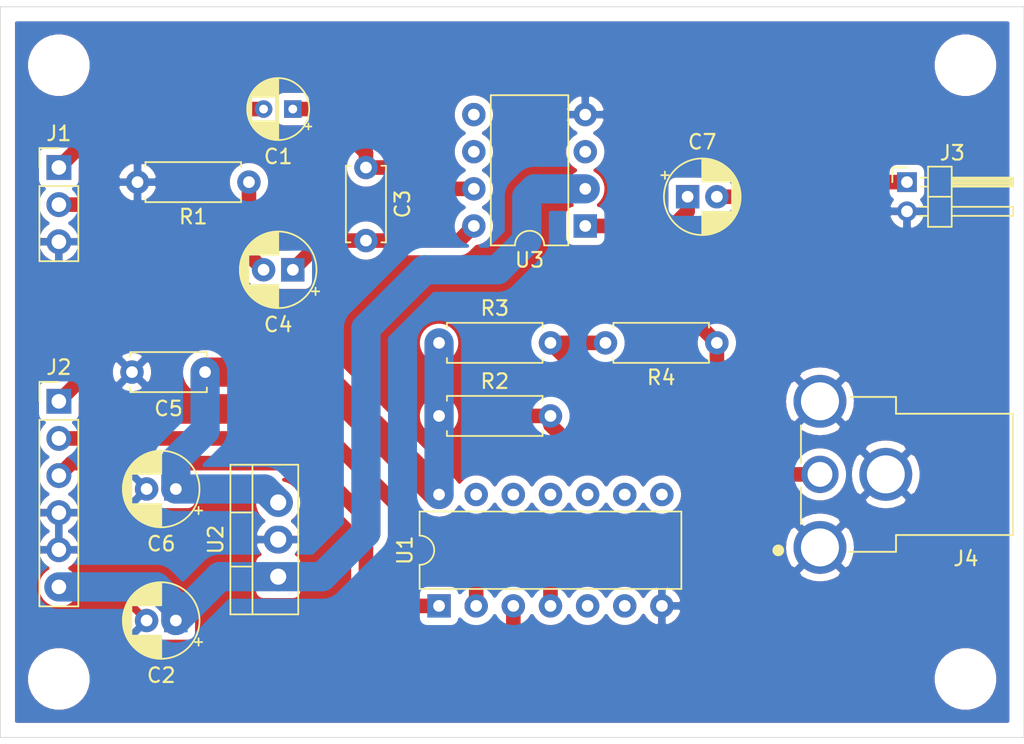
<source format=kicad_pcb>
(kicad_pcb (version 20171130) (host pcbnew "(5.1.10)-1")
  (layers (0 F.Cu signal) (31 B.Cu signal) (34 B.Paste user) (35 F.Paste user) (36 B.SilkS user) (37 F.SilkS user) (38 B.Mask user) (39 F.Mask user) (44 Edge.Cuts user))
  (net 0 "")
  (net 1 "Net-(C1-Pad1)")
  (net 2 "Net-(C1-Pad2)")
  (net 3 +12V)
  (net 4 GND)
  (net 5 "Net-(C3-Pad2)")
  (net 6 "Net-(C4-Pad2)")
  (net 7 +5V)
  (net 8 "Net-(J4-Pad2)")
  (net 9 "Net-(R3-Pad2)")
  (net 10 /SP+)
  (net 11 /Sound)
  (net 12 /Sync)
  (net 13 /Video)
  (net 14 "Net-(C7-Pad1)")
  (module MountingHole:MountingHole_3.2mm_M3 (layer F.Cu) (at -356 -426)
    (fp_text reference "" (at 0 -4.2) (layer F.SilkS))
    (fp_text value "")
    (pad 1 np_thru_hole circle (at 0 0) (size 3.2 3.2) (drill 3.2) (layers *.Cu *.Mask))
  )
  (module MountingHole:MountingHole_3.2mm_M3 (layer F.Cu) (at -356 -384)
    (fp_text reference "" (at 0 -4.2) (layer F.SilkS))
    (fp_text value "")
    (pad 1 np_thru_hole circle (at 0 0) (size 3.2 3.2) (drill 3.2) (layers *.Cu *.Mask))
  )
  (module MountingHole:MountingHole_3.2mm_M3 (layer F.Cu) (at -294 -384)
    (fp_text reference "" (at 0 -4.2) (layer F.SilkS))
    (fp_text value "")
    (pad 1 np_thru_hole circle (at 0 0) (size 3.2 3.2) (drill 3.2) (layers *.Cu *.Mask))
  )
  (module MountingHole:MountingHole_3.2mm_M3 (layer F.Cu) (at -294 -426)
    (fp_text reference "" (at 0 -4.2) (layer F.SilkS))
    (fp_text value "")
    (pad 1 np_thru_hole circle (at 0 0) (size 3.2 3.2) (drill 3.2) (layers *.Cu *.Mask))
  )
  (module Capacitor_THT:CP_Radial_D4.0mm_P2.00mm (layer F.Cu) (at -340 -423 180)
    (fp_text reference C1 (at 1 -3.25) (layer F.SilkS))
    (fp_text value 10u)
    (pad 1 thru_hole rect (at 0 0 180) (size 1.2 1.2) (drill 0.6) (layers *.Cu *.Mask) (net 1 "Net-(C1-Pad1)"))
    (pad 2 thru_hole circle (at 2 0 180) (size 1.2 1.2) (drill 0.6) (layers *.Cu *.Mask) (net 2 "Net-(C1-Pad2)"))
  )
  (module Capacitor_THT:CP_Radial_D5.0mm_P2.00mm (layer F.Cu) (at -348 -388 180)
    (fp_text reference C2 (at 1 -3.75) (layer F.SilkS))
    (fp_text value 100u)
    (pad 1 thru_hole rect (at 0 0 180) (size 1.6 1.6) (drill 0.8) (layers *.Cu *.Mask) (net 3 +12V))
    (pad 2 thru_hole circle (at 2 0 180) (size 1.6 1.6) (drill 0.8) (layers *.Cu *.Mask) (net 4 GND))
  )
  (module Capacitor_THT:C_Disc_D5.0mm_W2.5mm_P5.00mm (layer F.Cu) (at -335 -419 270)
    (fp_text reference C3 (at 2.5 -2.5 90) (layer F.SilkS))
    (fp_text value 1000p)
    (pad 2 thru_hole circle (at 5 0 270) (size 1.6 1.6) (drill 0.8) (layers *.Cu *.Mask) (net 5 "Net-(C3-Pad2)"))
    (pad 1 thru_hole circle (at 0 0 270) (size 1.6 1.6) (drill 0.8) (layers *.Cu *.Mask) (net 1 "Net-(C1-Pad1)"))
  )
  (module Capacitor_THT:CP_Radial_D5.0mm_P2.00mm (layer F.Cu) (at -340 -412 180)
    (fp_text reference C4 (at 1 -3.75) (layer F.SilkS))
    (fp_text value 100u)
    (pad 1 thru_hole rect (at 0 0 180) (size 1.6 1.6) (drill 0.8) (layers *.Cu *.Mask) (net 5 "Net-(C3-Pad2)"))
    (pad 2 thru_hole circle (at 2 0 180) (size 1.6 1.6) (drill 0.8) (layers *.Cu *.Mask) (net 6 "Net-(C4-Pad2)"))
  )
  (module Capacitor_THT:C_Disc_D5.0mm_W2.5mm_P5.00mm (layer F.Cu) (at -346 -405 180)
    (fp_text reference C5 (at 2.5 -2.5) (layer F.SilkS))
    (fp_text value 0.1u)
    (pad 1 thru_hole circle (at 0 0 180) (size 1.6 1.6) (drill 0.8) (layers *.Cu *.Mask) (net 7 +5V))
    (pad 2 thru_hole circle (at 5 0 180) (size 1.6 1.6) (drill 0.8) (layers *.Cu *.Mask) (net 4 GND))
  )
  (module Capacitor_THT:CP_Radial_D5.0mm_P2.00mm (layer F.Cu) (at -348 -397 180)
    (fp_text reference C6 (at 1 -3.75) (layer F.SilkS))
    (fp_text value 100u)
    (pad 2 thru_hole circle (at 2 0 180) (size 1.6 1.6) (drill 0.8) (layers *.Cu *.Mask) (net 4 GND))
    (pad 1 thru_hole rect (at 0 0 180) (size 1.6 1.6) (drill 0.8) (layers *.Cu *.Mask) (net 7 +5V))
  )
  (module Capacitor_THT:CP_Radial_D5.0mm_P2.00mm (layer F.Cu) (at -313 -417)
    (fp_text reference C7 (at 1 -3.75) (layer F.SilkS))
    (fp_text value 100u)
    (pad 2 thru_hole circle (at 2 0) (size 1.6 1.6) (drill 0.8) (layers *.Cu *.Mask) (net 10 /SP+))
    (pad 1 thru_hole rect (at 0 0) (size 1.6 1.6) (drill 0.8) (layers *.Cu *.Mask) (net 14 "Net-(C7-Pad1)"))
  )
  (module Connector_PinHeader_2.54mm:PinHeader_1x03_P2.54mm_Vertical (layer F.Cu) (at -356 -419)
    (fp_text reference J1 (at 0 -2.33) (layer F.SilkS))
    (fp_text value Conn_01x03)
    (pad 1 thru_hole rect (at 0 0) (size 1.7 1.7) (drill 1) (layers *.Cu *.Mask) (net 2 "Net-(C1-Pad2)"))
    (pad 2 thru_hole oval (at 0 2.54) (size 1.7 1.7) (drill 1) (layers *.Cu *.Mask) (net 11 /Sound))
    (pad 3 thru_hole oval (at 0 5.08) (size 1.7 1.7) (drill 1) (layers *.Cu *.Mask) (net 4 GND))
  )
  (module Connector_PinHeader_2.54mm:PinHeader_1x06_P2.54mm_Vertical (layer F.Cu) (at -356 -403)
    (fp_text reference J2 (at 0 -2.33) (layer F.SilkS))
    (fp_text value Conn_01x06)
    (pad 1 thru_hole rect (at 0 0) (size 1.7 1.7) (drill 1) (layers *.Cu *.Mask) (net 11 /Sound))
    (pad 2 thru_hole oval (at 0 2.54) (size 1.7 1.7) (drill 1) (layers *.Cu *.Mask) (net 12 /Sync))
    (pad 3 thru_hole oval (at 0 5.08) (size 1.7 1.7) (drill 1) (layers *.Cu *.Mask) (net 13 /Video))
    (pad 4 thru_hole oval (at 0 7.62) (size 1.7 1.7) (drill 1) (layers *.Cu *.Mask) (net 4 GND))
    (pad 5 thru_hole oval (at 0 10.16) (size 1.7 1.7) (drill 1) (layers *.Cu *.Mask) (net 4 GND))
    (pad 6 thru_hole oval (at 0 12.7) (size 1.7 1.7) (drill 1) (layers *.Cu *.Mask) (net 3 +12V))
  )
  (module Connector_PinHeader_2.00mm:PinHeader_1x02_P2.00mm_Horizontal (layer F.Cu) (at -298 -418)
    (fp_text reference J3 (at 3.1 -2) (layer F.SilkS))
    (fp_text value Conn_01x02)
    (pad 1 thru_hole rect (at 0 0) (size 1.35 1.35) (drill 0.8) (layers *.Cu *.Mask) (net 10 /SP+))
    (pad 2 thru_hole oval (at 0 2) (size 1.35 1.35) (drill 0.8) (layers *.Cu *.Mask) (net 4 GND))
  )
  (module RCJ-013:CUI_RCJ-013 (layer F.Cu) (at -298 -398 180)
    (fp_text reference J4 (at -4.03065 -5.76308) (layer F.SilkS) (effects (font (size 1.001402 1.001402))))
    (fp_text value RCJ-013)
    (pad 2 thru_hole circle (at 5.95 0 180) (size 2.55 2.55) (drill 1.7) (layers *.Cu *.Mask) (net 8 "Net-(J4-Pad2)"))
    (pad 1A thru_hole circle (at 5.95 -5 180) (size 3.616 3.616) (drill 2.6) (layers *.Cu *.Mask) (net 4 GND))
    (pad 1B thru_hole circle (at 5.95 5 180) (size 3.616 3.616) (drill 2.6) (layers *.Cu *.Mask) (net 4 GND))
    (pad 1C thru_hole circle (at 1.45 0 180) (size 3.616 3.616) (drill 2.6) (layers *.Cu *.Mask) (net 4 GND))
  )
  (module Resistor_THT:R_Axial_DIN0207_L6.3mm_D2.5mm_P7.62mm_Horizontal (layer F.Cu) (at -343 -418 180)
    (fp_text reference R1 (at 3.81 -2.37) (layer F.SilkS))
    (fp_text value 1k)
    (pad 1 thru_hole circle (at 0 0 180) (size 1.6 1.6) (drill 0.8) (layers *.Cu *.Mask) (net 6 "Net-(C4-Pad2)"))
    (pad 2 thru_hole oval (at 7.62 0 180) (size 1.6 1.6) (drill 0.8) (layers *.Cu *.Mask) (net 4 GND))
  )
  (module Resistor_THT:R_Axial_DIN0207_L6.3mm_D2.5mm_P7.62mm_Horizontal (layer F.Cu) (at -330 -402)
    (fp_text reference R2 (at 3.81 -2.37) (layer F.SilkS))
    (fp_text value 1k)
    (pad 2 thru_hole oval (at 7.62 0) (size 1.6 1.6) (drill 0.8) (layers *.Cu *.Mask) (net 8 "Net-(J4-Pad2)"))
    (pad 1 thru_hole circle (at 0 0) (size 1.6 1.6) (drill 0.8) (layers *.Cu *.Mask) (net 7 +5V))
  )
  (module Resistor_THT:R_Axial_DIN0207_L6.3mm_D2.5mm_P7.62mm_Horizontal (layer F.Cu) (at -330 -407)
    (fp_text reference R3 (at 3.81 -2.37) (layer F.SilkS))
    (fp_text value 1k)
    (pad 1 thru_hole circle (at 0 0) (size 1.6 1.6) (drill 0.8) (layers *.Cu *.Mask) (net 7 +5V))
    (pad 2 thru_hole oval (at 7.62 0) (size 1.6 1.6) (drill 0.8) (layers *.Cu *.Mask) (net 9 "Net-(R3-Pad2)"))
  )
  (module Resistor_THT:R_Axial_DIN0207_L6.3mm_D2.5mm_P7.62mm_Horizontal (layer F.Cu) (at -311 -407 180)
    (fp_text reference R4 (at 3.81 -2.37) (layer F.SilkS))
    (fp_text value 220)
    (pad 2 thru_hole oval (at 7.62 0 180) (size 1.6 1.6) (drill 0.8) (layers *.Cu *.Mask) (net 9 "Net-(R3-Pad2)"))
    (pad 1 thru_hole circle (at 0 0 180) (size 1.6 1.6) (drill 0.8) (layers *.Cu *.Mask) (net 8 "Net-(J4-Pad2)"))
  )
  (module Package_DIP:DIP-14_W7.62mm (layer F.Cu) (at -330 -389 90)
    (fp_text reference U1 (at 3.81 -2.33 90) (layer F.SilkS))
    (fp_text value 7407)
    (pad 1 thru_hole rect (at 0 0 90) (size 1.6 1.6) (drill 0.8) (layers *.Cu *.Mask) (net 12 /Sync))
    (pad 8 thru_hole oval (at 7.62 15.24 90) (size 1.6 1.6) (drill 0.8) (layers *.Cu *.Mask))
    (pad 2 thru_hole oval (at 0 2.54 90) (size 1.6 1.6) (drill 0.8) (layers *.Cu *.Mask) (net 8 "Net-(J4-Pad2)"))
    (pad 9 thru_hole oval (at 7.62 12.7 90) (size 1.6 1.6) (drill 0.8) (layers *.Cu *.Mask))
    (pad 3 thru_hole oval (at 0 5.08 90) (size 1.6 1.6) (drill 0.8) (layers *.Cu *.Mask) (net 13 /Video))
    (pad 10 thru_hole oval (at 7.62 10.16 90) (size 1.6 1.6) (drill 0.8) (layers *.Cu *.Mask))
    (pad 4 thru_hole oval (at 0 7.62 90) (size 1.6 1.6) (drill 0.8) (layers *.Cu *.Mask) (net 9 "Net-(R3-Pad2)"))
    (pad 11 thru_hole oval (at 7.62 7.62 90) (size 1.6 1.6) (drill 0.8) (layers *.Cu *.Mask))
    (pad 5 thru_hole oval (at 0 10.16 90) (size 1.6 1.6) (drill 0.8) (layers *.Cu *.Mask))
    (pad 12 thru_hole oval (at 7.62 5.08 90) (size 1.6 1.6) (drill 0.8) (layers *.Cu *.Mask))
    (pad 6 thru_hole oval (at 0 12.7 90) (size 1.6 1.6) (drill 0.8) (layers *.Cu *.Mask))
    (pad 13 thru_hole oval (at 7.62 2.54 90) (size 1.6 1.6) (drill 0.8) (layers *.Cu *.Mask))
    (pad 7 thru_hole oval (at 0 15.24 90) (size 1.6 1.6) (drill 0.8) (layers *.Cu *.Mask) (net 4 GND))
    (pad 14 thru_hole oval (at 7.62 0 90) (size 1.6 1.6) (drill 0.8) (layers *.Cu *.Mask) (net 7 +5V))
  )
  (module Package_TO_SOT_THT:TO-220-3_Vertical (layer F.Cu) (at -341 -391 90)
    (fp_text reference U2 (at 2.54 -4.27 90) (layer F.SilkS))
    (fp_text value LM7805_TO220)
    (pad 1 thru_hole rect (at 0 0 90) (size 1.905 2) (drill 1.1) (layers *.Cu *.Mask) (net 3 +12V))
    (pad 2 thru_hole oval (at 2.54 0 90) (size 1.905 2) (drill 1.1) (layers *.Cu *.Mask) (net 4 GND))
    (pad 3 thru_hole oval (at 5.08 0 90) (size 1.905 2) (drill 1.1) (layers *.Cu *.Mask) (net 7 +5V))
  )
  (module Package_DIP:DIP-8_W7.62mm (layer F.Cu) (at -320 -415 180)
    (fp_text reference U3 (at 3.81 -2.33) (layer F.SilkS))
    (fp_text value NJM2073)
    (pad 1 thru_hole rect (at 0 0 180) (size 1.6 1.6) (drill 0.8) (layers *.Cu *.Mask) (net 14 "Net-(C7-Pad1)"))
    (pad 5 thru_hole oval (at 7.62 7.62 180) (size 1.6 1.6) (drill 0.8) (layers *.Cu *.Mask))
    (pad 2 thru_hole oval (at 0 2.54 180) (size 1.6 1.6) (drill 0.8) (layers *.Cu *.Mask) (net 3 +12V))
    (pad 6 thru_hole oval (at 7.62 5.08 180) (size 1.6 1.6) (drill 0.8) (layers *.Cu *.Mask))
    (pad 3 thru_hole oval (at 0 5.08 180) (size 1.6 1.6) (drill 0.8) (layers *.Cu *.Mask))
    (pad 7 thru_hole oval (at 7.62 2.54 180) (size 1.6 1.6) (drill 0.8) (layers *.Cu *.Mask) (net 1 "Net-(C1-Pad1)"))
    (pad 4 thru_hole oval (at 0 7.62 180) (size 1.6 1.6) (drill 0.8) (layers *.Cu *.Mask) (net 4 GND))
    (pad 8 thru_hole oval (at 7.62 0 180) (size 1.6 1.6) (drill 0.8) (layers *.Cu *.Mask) (net 5 "Net-(C3-Pad2)"))
  )
  (gr_line (start -360 -380) (end -360 -430) (layer Edge.Cuts) (width 0.05))
  (gr_line (start -290 -380) (end -360 -380) (layer Edge.Cuts) (width 0.05))
  (gr_line (start -290 -430) (end -290 -380) (layer Edge.Cuts) (width 0.05))
  (gr_line (start -360 -430) (end -290 -430) (layer Edge.Cuts) (width 0.05))
  (segment (start -340 -423) (end -338 -423) (width 1) (layer F.Cu) (net 1))
  (segment (start -335 -420) (end -335 -419) (width 1) (layer F.Cu) (net 1))
  (segment (start -338 -423) (end -335 -420) (width 1) (layer F.Cu) (net 1))
  (segment (start -335 -419) (end -331 -419) (width 1) (layer F.Cu) (net 1))
  (segment (start -329.54 -417.54) (end -327.62 -417.54) (width 1) (layer F.Cu) (net 1))
  (segment (start -331 -419) (end -329.54 -417.54) (width 1) (layer F.Cu) (net 1))
  (segment (start -346.08 -421.08) (end -344.16 -423) (width 1) (layer F.Cu) (net 2))
  (segment (start -344.16 -423) (end -342 -423) (width 1) (layer F.Cu) (net 2))
  (segment (start -353.92 -421.08) (end -356 -419) (width 1) (layer F.Cu) (net 2))
  (segment (start -346.08 -421.08) (end -353.92 -421.08) (width 1) (layer F.Cu) (net 2))
  (segment (start -348 -388.960002) (end -348 -388) (width 2) (layer B.Cu) (net 3))
  (segment (start -349.339998 -390.3) (end -348 -388.960002) (width 2) (layer B.Cu) (net 3))
  (segment (start -356 -390.3) (end -349.339998 -390.3) (width 2) (layer B.Cu) (net 3))
  (segment (start -345 -391) (end -341 -391) (width 2) (layer B.Cu) (net 3))
  (segment (start -348 -388) (end -345 -391) (width 2) (layer B.Cu) (net 3))
  (segment (start -326 -412) (end -324 -414) (width 2) (layer B.Cu) (net 3))
  (segment (start -324 -414) (end -324 -417) (width 2) (layer B.Cu) (net 3))
  (segment (start -331 -412) (end -326 -412) (width 2) (layer B.Cu) (net 3))
  (segment (start -335 -408) (end -331 -412) (width 2) (layer B.Cu) (net 3))
  (segment (start -335 -394) (end -335 -408) (width 2) (layer B.Cu) (net 3))
  (segment (start -338 -391) (end -335 -394) (width 2) (layer B.Cu) (net 3))
  (segment (start -341 -391) (end -338 -391) (width 2) (layer B.Cu) (net 3))
  (segment (start -323.46 -417.54) (end -324 -417) (width 2) (layer B.Cu) (net 3))
  (segment (start -320 -417.54) (end -323.46 -417.54) (width 2) (layer B.Cu) (net 3))
  (segment (start -340 -412) (end -338 -414) (width 1) (layer F.Cu) (net 5))
  (segment (start -338 -414) (end -335 -414) (width 1) (layer F.Cu) (net 5))
  (segment (start -328.62 -414) (end -327.62 -415) (width 1) (layer F.Cu) (net 5))
  (segment (start -335 -414) (end -328.62 -414) (width 1) (layer F.Cu) (net 5))
  (segment (start -343 -413) (end -342 -412) (width 1) (layer F.Cu) (net 6))
  (segment (start -343 -418) (end -343 -413) (width 1) (layer F.Cu) (net 6))
  (segment (start -341.92 -397) (end -341 -396.08) (width 2) (layer B.Cu) (net 7))
  (segment (start -348 -397) (end -341.92 -397) (width 2) (layer B.Cu) (net 7))
  (segment (start -348 -397) (end -348 -399) (width 2) (layer B.Cu) (net 7))
  (segment (start -346 -401) (end -346 -405) (width 2) (layer B.Cu) (net 7))
  (segment (start -348 -399) (end -346 -401) (width 2) (layer B.Cu) (net 7))
  (segment (start -330 -407) (end -330 -402) (width 2) (layer B.Cu) (net 7))
  (segment (start -330 -402) (end -330 -396.62) (width 2) (layer B.Cu) (net 7))
  (segment (start -330 -396.62) (end -338.38 -405) (width 2) (layer F.Cu) (net 7))
  (segment (start -338.38 -405) (end -346 -405) (width 2) (layer F.Cu) (net 7))
  (segment (start -322.38 -401.38) (end -322.38 -402) (width 1) (layer F.Cu) (net 8))
  (segment (start -321 -400) (end -322.38 -401.38) (width 1) (layer F.Cu) (net 8))
  (segment (start -312 -400) (end -321 -400) (width 1) (layer F.Cu) (net 8))
  (segment (start -311 -395) (end -311 -399) (width 1) (layer F.Cu) (net 8))
  (segment (start -312 -394) (end -311 -395) (width 1) (layer F.Cu) (net 8))
  (segment (start -311 -399) (end -312 -400) (width 1) (layer F.Cu) (net 8))
  (segment (start -326 -394) (end -312 -394) (width 1) (layer F.Cu) (net 8))
  (segment (start -327.46 -392.54) (end -326 -394) (width 1) (layer F.Cu) (net 8))
  (segment (start -327.46 -389) (end -327.46 -392.54) (width 1) (layer F.Cu) (net 8))
  (segment (start -322.38 -402) (end -324 -402) (width 1) (layer F.Cu) (net 8))
  (segment (start -324 -402) (end -325 -403) (width 1) (layer F.Cu) (net 8))
  (segment (start -325 -403) (end -325 -408) (width 1) (layer F.Cu) (net 8))
  (segment (start -325 -408) (end -324 -409) (width 1) (layer F.Cu) (net 8))
  (segment (start -313 -409) (end -311 -407) (width 1) (layer F.Cu) (net 8))
  (segment (start -324 -409) (end -313 -409) (width 1) (layer F.Cu) (net 8))
  (segment (start -303.95 -398) (end -306 -398) (width 1) (layer F.Cu) (net 8))
  (segment (start -311 -407) (end -311 -403) (width 1) (layer F.Cu) (net 8))
  (segment (start -311 -403) (end -306 -398) (width 1) (layer F.Cu) (net 8))
  (segment (start -322.38 -389) (end -322.38 -390.62) (width 1) (layer F.Cu) (net 9))
  (segment (start -322.38 -390.62) (end -321 -392) (width 1) (layer F.Cu) (net 9))
  (segment (start -322.38 -407) (end -318.62 -407) (width 1) (layer F.Cu) (net 9))
  (segment (start -321 -392) (end -311 -392) (width 1) (layer F.Cu) (net 9))
  (segment (start -311 -392) (end -309 -394) (width 1) (layer F.Cu) (net 9))
  (segment (start -309 -394) (end -309 -399) (width 1) (layer F.Cu) (net 9))
  (segment (start -309 -399) (end -312 -402) (width 1) (layer F.Cu) (net 9))
  (segment (start -317.38 -402) (end -322.38 -407) (width 1) (layer F.Cu) (net 9))
  (segment (start -312 -402) (end -317.38 -402) (width 1) (layer F.Cu) (net 9))
  (segment (start -298 -418) (end -305 -418) (width 1) (layer F.Cu) (net 10))
  (segment (start -306 -417) (end -311 -417) (width 1) (layer F.Cu) (net 10))
  (segment (start -305 -418) (end -306 -417) (width 1) (layer F.Cu) (net 10))
  (segment (start -354 -405) (end -356 -403) (width 1) (layer F.Cu) (net 11))
  (segment (start -356 -416.46) (end -354.46 -416.46) (width 1) (layer F.Cu) (net 11))
  (segment (start -354 -416) (end -354 -405) (width 1) (layer F.Cu) (net 11))
  (segment (start -354.46 -416.46) (end -354 -416) (width 1) (layer F.Cu) (net 11))
  (segment (start -356 -400.46) (end -337.46 -400.46) (width 1) (layer F.Cu) (net 12))
  (segment (start -337.46 -400.46) (end -333 -396) (width 1) (layer F.Cu) (net 12))
  (segment (start -333 -396) (end -333 -390) (width 1) (layer F.Cu) (net 12))
  (segment (start -332 -389) (end -330 -389) (width 1) (layer F.Cu) (net 12))
  (segment (start -333 -390) (end -332 -389) (width 1) (layer F.Cu) (net 12))
  (segment (start -332 -386) (end -326 -386) (width 1) (layer F.Cu) (net 13))
  (segment (start -324.92 -387.08) (end -324.92 -389) (width 1) (layer F.Cu) (net 13))
  (segment (start -335 -389) (end -332 -386) (width 1) (layer F.Cu) (net 13))
  (segment (start -335 -395) (end -335 -389) (width 1) (layer F.Cu) (net 13))
  (segment (start -338.769999 -398.769999) (end -335 -395) (width 1) (layer F.Cu) (net 13))
  (segment (start -326 -386) (end -324.92 -387.08) (width 1) (layer F.Cu) (net 13))
  (segment (start -355.150001 -398.769999) (end -338.769999 -398.769999) (width 1) (layer F.Cu) (net 13))
  (segment (start -356 -397.92) (end -355.150001 -398.769999) (width 1) (layer F.Cu) (net 13))
  (segment (start -320 -415) (end -314 -415) (width 1) (layer F.Cu) (net 14))
  (segment (start -313 -416) (end -313 -417) (width 1) (layer F.Cu) (net 14))
  (segment (start -314 -415) (end -313 -416) (width 1) (layer F.Cu) (net 14))
  (zone (net 4) (net_name GND) (layer B.Cu) (connect_pads (clearance 0.508)) (min_thickness 0.254) (fill yes (arc_segments 32) (thermal_gap 0.508) (thermal_bridge_width 0.508))
    (polygon (pts (xy -291 -381) (xy -359 -381) (xy -359 -429) (xy -291 -429)))
  )
  (zone (net 4) (net_name GND) (layer F.Cu) (connect_pads (clearance 0.508)) (min_thickness 0.254) (fill yes (arc_segments 32) (thermal_gap 0.508) (thermal_bridge_width 0.508))
    (polygon (pts (xy -291 -381) (xy -359 -381) (xy -359 -429) (xy -291 -429)))
  )
)
</source>
